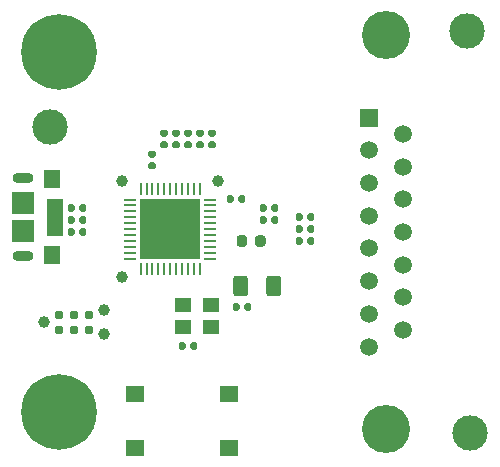
<source format=gbr>
G04 #@! TF.GenerationSoftware,KiCad,Pcbnew,(5.1.6-85-g2d1f6937d)*
G04 #@! TF.CreationDate,2020-10-24T23:23:11-07:00*
G04 #@! TF.ProjectId,3DProUsb,33445072-6f55-4736-922e-6b696361645f,rev?*
G04 #@! TF.SameCoordinates,Original*
G04 #@! TF.FileFunction,Soldermask,Top*
G04 #@! TF.FilePolarity,Negative*
%FSLAX46Y46*%
G04 Gerber Fmt 4.6, Leading zero omitted, Abs format (unit mm)*
G04 Created by KiCad (PCBNEW (5.1.6-85-g2d1f6937d)) date 2020-10-24 23:23:11*
%MOMM*%
%LPD*%
G01*
G04 APERTURE LIST*
%ADD10C,0.100000*%
%ADD11R,1.350000X0.400000*%
%ADD12R,1.400000X1.600000*%
%ADD13R,1.900000X1.900000*%
%ADD14C,0.500000*%
%ADD15O,1.800000X0.900000*%
%ADD16R,0.260000X1.010000*%
%ADD17R,1.010000X0.260000*%
%ADD18R,5.200000X5.200000*%
%ADD19C,3.000000*%
%ADD20C,1.000000*%
%ADD21C,6.400000*%
%ADD22R,1.600000X1.400000*%
%ADD23R,1.400000X1.200000*%
%ADD24R,1.508000X1.508000*%
%ADD25C,1.508000*%
%ADD26C,4.066000*%
%ADD27C,0.991000*%
%ADD28C,0.787000*%
G04 APERTURE END LIST*
D10*
G36*
X70375780Y-87132160D02*
G01*
X69080380Y-87132160D01*
X69082920Y-84086700D01*
X70378320Y-84086700D01*
X70375780Y-87132160D01*
G37*
X70375780Y-87132160D02*
X69080380Y-87132160D01*
X69082920Y-84086700D01*
X70378320Y-84086700D01*
X70375780Y-87132160D01*
D11*
G04 #@! TO.C,J1*
X69731000Y-84298000D03*
X69731000Y-84948000D03*
X69731000Y-85598000D03*
X69731000Y-86248000D03*
X69731000Y-86898000D03*
D12*
X69506000Y-82398000D03*
X69506000Y-88798000D03*
D13*
X67056000Y-84398000D03*
X67056000Y-86798000D03*
D14*
X67056000Y-82298000D03*
X67056000Y-88898000D03*
D15*
X67056000Y-82298000D03*
X67056000Y-88898000D03*
G04 #@! TD*
D16*
G04 #@! TO.C,U1*
X77002000Y-89974000D03*
X77502000Y-89974000D03*
X78002000Y-89974000D03*
X78502000Y-89974000D03*
X79002000Y-89974000D03*
X79502000Y-89974000D03*
X80002000Y-89974000D03*
X80502000Y-89974000D03*
X81002000Y-89974000D03*
X81502000Y-89974000D03*
X82002000Y-89974000D03*
X82002000Y-83254000D03*
X81502000Y-83254000D03*
X81002000Y-83254000D03*
X80502000Y-83254000D03*
X80002000Y-83254000D03*
X79502000Y-83254000D03*
X79002000Y-83254000D03*
X78502000Y-83254000D03*
X78002000Y-83254000D03*
X77502000Y-83254000D03*
X77002000Y-83254000D03*
D17*
X76142000Y-84114000D03*
X76142000Y-84614000D03*
X76142000Y-85114000D03*
X76142000Y-85614000D03*
X76142000Y-86114000D03*
X76142000Y-86614000D03*
X76142000Y-87114000D03*
X76142000Y-87614000D03*
X76142000Y-88114000D03*
X76142000Y-88614000D03*
X76142000Y-89114000D03*
X82862000Y-89114000D03*
X82862000Y-88614000D03*
X82862000Y-88114000D03*
X82862000Y-87614000D03*
X82862000Y-87114000D03*
X82862000Y-86614000D03*
X82862000Y-86114000D03*
X82862000Y-85614000D03*
X82862000Y-85114000D03*
X82862000Y-84614000D03*
X82862000Y-84114000D03*
D18*
X79502000Y-86614000D03*
G04 #@! TD*
G04 #@! TO.C,C11*
G36*
G01*
X71438000Y-86695500D02*
X71438000Y-87040500D01*
G75*
G02*
X71290500Y-87188000I-147500J0D01*
G01*
X70995500Y-87188000D01*
G75*
G02*
X70848000Y-87040500I0J147500D01*
G01*
X70848000Y-86695500D01*
G75*
G02*
X70995500Y-86548000I147500J0D01*
G01*
X71290500Y-86548000D01*
G75*
G02*
X71438000Y-86695500I0J-147500D01*
G01*
G37*
G36*
G01*
X72408000Y-86695500D02*
X72408000Y-87040500D01*
G75*
G02*
X72260500Y-87188000I-147500J0D01*
G01*
X71965500Y-87188000D01*
G75*
G02*
X71818000Y-87040500I0J147500D01*
G01*
X71818000Y-86695500D01*
G75*
G02*
X71965500Y-86548000I147500J0D01*
G01*
X72260500Y-86548000D01*
G75*
G02*
X72408000Y-86695500I0J-147500D01*
G01*
G37*
G04 #@! TD*
D19*
G04 #@! TO.C,REF\u002A\u002A*
X69342000Y-77978000D03*
G04 #@! TD*
G04 #@! TO.C,REF\u002A\u002A*
X104902000Y-103886000D03*
G04 #@! TD*
G04 #@! TO.C,REF\u002A\u002A*
X104648000Y-69850000D03*
G04 #@! TD*
D20*
G04 #@! TO.C,REF\u002A\u002A*
X75438000Y-82550000D03*
G04 #@! TD*
G04 #@! TO.C,REF\u002A\u002A*
X75438000Y-90678000D03*
G04 #@! TD*
G04 #@! TO.C,REF\u002A\u002A*
X83566000Y-82550000D03*
G04 #@! TD*
D21*
G04 #@! TO.C,REF\u002A\u002A*
X70104000Y-102108000D03*
G04 #@! TD*
G04 #@! TO.C,REF\u002A\u002A*
X70104000Y-71628000D03*
G04 #@! TD*
D22*
G04 #@! TO.C,SW1*
X76518000Y-105120000D03*
X84518000Y-105120000D03*
X76518000Y-100620000D03*
X84518000Y-100620000D03*
G04 #@! TD*
D23*
G04 #@! TO.C,X1*
X82988000Y-94930000D03*
X80588000Y-94930000D03*
X80588000Y-93030000D03*
X82988000Y-93030000D03*
G04 #@! TD*
G04 #@! TO.C,D1*
G36*
G01*
X86010000Y-87373750D02*
X86010000Y-87886250D01*
G75*
G02*
X85791250Y-88105000I-218750J0D01*
G01*
X85353750Y-88105000D01*
G75*
G02*
X85135000Y-87886250I0J218750D01*
G01*
X85135000Y-87373750D01*
G75*
G02*
X85353750Y-87155000I218750J0D01*
G01*
X85791250Y-87155000D01*
G75*
G02*
X86010000Y-87373750I0J-218750D01*
G01*
G37*
G36*
G01*
X87585000Y-87373750D02*
X87585000Y-87886250D01*
G75*
G02*
X87366250Y-88105000I-218750J0D01*
G01*
X86928750Y-88105000D01*
G75*
G02*
X86710000Y-87886250I0J218750D01*
G01*
X86710000Y-87373750D01*
G75*
G02*
X86928750Y-87155000I218750J0D01*
G01*
X87366250Y-87155000D01*
G75*
G02*
X87585000Y-87373750I0J-218750D01*
G01*
G37*
G04 #@! TD*
G04 #@! TO.C,R7*
G36*
G01*
X87643000Y-92065000D02*
X87643000Y-90815000D01*
G75*
G02*
X87893000Y-90565000I250000J0D01*
G01*
X88643000Y-90565000D01*
G75*
G02*
X88893000Y-90815000I0J-250000D01*
G01*
X88893000Y-92065000D01*
G75*
G02*
X88643000Y-92315000I-250000J0D01*
G01*
X87893000Y-92315000D01*
G75*
G02*
X87643000Y-92065000I0J250000D01*
G01*
G37*
G36*
G01*
X84843000Y-92065000D02*
X84843000Y-90815000D01*
G75*
G02*
X85093000Y-90565000I250000J0D01*
G01*
X85843000Y-90565000D01*
G75*
G02*
X86093000Y-90815000I0J-250000D01*
G01*
X86093000Y-92065000D01*
G75*
G02*
X85843000Y-92315000I-250000J0D01*
G01*
X85093000Y-92315000D01*
G75*
G02*
X84843000Y-92065000I0J250000D01*
G01*
G37*
G04 #@! TD*
G04 #@! TO.C,R6*
G36*
G01*
X91122000Y-85770500D02*
X91122000Y-85425500D01*
G75*
G02*
X91269500Y-85278000I147500J0D01*
G01*
X91564500Y-85278000D01*
G75*
G02*
X91712000Y-85425500I0J-147500D01*
G01*
X91712000Y-85770500D01*
G75*
G02*
X91564500Y-85918000I-147500J0D01*
G01*
X91269500Y-85918000D01*
G75*
G02*
X91122000Y-85770500I0J147500D01*
G01*
G37*
G36*
G01*
X90152000Y-85770500D02*
X90152000Y-85425500D01*
G75*
G02*
X90299500Y-85278000I147500J0D01*
G01*
X90594500Y-85278000D01*
G75*
G02*
X90742000Y-85425500I0J-147500D01*
G01*
X90742000Y-85770500D01*
G75*
G02*
X90594500Y-85918000I-147500J0D01*
G01*
X90299500Y-85918000D01*
G75*
G02*
X90152000Y-85770500I0J147500D01*
G01*
G37*
G04 #@! TD*
G04 #@! TO.C,R5*
G36*
G01*
X88074000Y-85008500D02*
X88074000Y-84663500D01*
G75*
G02*
X88221500Y-84516000I147500J0D01*
G01*
X88516500Y-84516000D01*
G75*
G02*
X88664000Y-84663500I0J-147500D01*
G01*
X88664000Y-85008500D01*
G75*
G02*
X88516500Y-85156000I-147500J0D01*
G01*
X88221500Y-85156000D01*
G75*
G02*
X88074000Y-85008500I0J147500D01*
G01*
G37*
G36*
G01*
X87104000Y-85008500D02*
X87104000Y-84663500D01*
G75*
G02*
X87251500Y-84516000I147500J0D01*
G01*
X87546500Y-84516000D01*
G75*
G02*
X87694000Y-84663500I0J-147500D01*
G01*
X87694000Y-85008500D01*
G75*
G02*
X87546500Y-85156000I-147500J0D01*
G01*
X87251500Y-85156000D01*
G75*
G02*
X87104000Y-85008500I0J147500D01*
G01*
G37*
G04 #@! TD*
G04 #@! TO.C,R4*
G36*
G01*
X90742000Y-87457500D02*
X90742000Y-87802500D01*
G75*
G02*
X90594500Y-87950000I-147500J0D01*
G01*
X90299500Y-87950000D01*
G75*
G02*
X90152000Y-87802500I0J147500D01*
G01*
X90152000Y-87457500D01*
G75*
G02*
X90299500Y-87310000I147500J0D01*
G01*
X90594500Y-87310000D01*
G75*
G02*
X90742000Y-87457500I0J-147500D01*
G01*
G37*
G36*
G01*
X91712000Y-87457500D02*
X91712000Y-87802500D01*
G75*
G02*
X91564500Y-87950000I-147500J0D01*
G01*
X91269500Y-87950000D01*
G75*
G02*
X91122000Y-87802500I0J147500D01*
G01*
X91122000Y-87457500D01*
G75*
G02*
X91269500Y-87310000I147500J0D01*
G01*
X91564500Y-87310000D01*
G75*
G02*
X91712000Y-87457500I0J-147500D01*
G01*
G37*
G04 #@! TD*
G04 #@! TO.C,R3*
G36*
G01*
X85280000Y-84246500D02*
X85280000Y-83901500D01*
G75*
G02*
X85427500Y-83754000I147500J0D01*
G01*
X85722500Y-83754000D01*
G75*
G02*
X85870000Y-83901500I0J-147500D01*
G01*
X85870000Y-84246500D01*
G75*
G02*
X85722500Y-84394000I-147500J0D01*
G01*
X85427500Y-84394000D01*
G75*
G02*
X85280000Y-84246500I0J147500D01*
G01*
G37*
G36*
G01*
X84310000Y-84246500D02*
X84310000Y-83901500D01*
G75*
G02*
X84457500Y-83754000I147500J0D01*
G01*
X84752500Y-83754000D01*
G75*
G02*
X84900000Y-83901500I0J-147500D01*
G01*
X84900000Y-84246500D01*
G75*
G02*
X84752500Y-84394000I-147500J0D01*
G01*
X84457500Y-84394000D01*
G75*
G02*
X84310000Y-84246500I0J147500D01*
G01*
G37*
G04 #@! TD*
G04 #@! TO.C,R2*
G36*
G01*
X71438000Y-84663500D02*
X71438000Y-85008500D01*
G75*
G02*
X71290500Y-85156000I-147500J0D01*
G01*
X70995500Y-85156000D01*
G75*
G02*
X70848000Y-85008500I0J147500D01*
G01*
X70848000Y-84663500D01*
G75*
G02*
X70995500Y-84516000I147500J0D01*
G01*
X71290500Y-84516000D01*
G75*
G02*
X71438000Y-84663500I0J-147500D01*
G01*
G37*
G36*
G01*
X72408000Y-84663500D02*
X72408000Y-85008500D01*
G75*
G02*
X72260500Y-85156000I-147500J0D01*
G01*
X71965500Y-85156000D01*
G75*
G02*
X71818000Y-85008500I0J147500D01*
G01*
X71818000Y-84663500D01*
G75*
G02*
X71965500Y-84516000I147500J0D01*
G01*
X72260500Y-84516000D01*
G75*
G02*
X72408000Y-84663500I0J-147500D01*
G01*
G37*
G04 #@! TD*
G04 #@! TO.C,R1*
G36*
G01*
X71438000Y-85679500D02*
X71438000Y-86024500D01*
G75*
G02*
X71290500Y-86172000I-147500J0D01*
G01*
X70995500Y-86172000D01*
G75*
G02*
X70848000Y-86024500I0J147500D01*
G01*
X70848000Y-85679500D01*
G75*
G02*
X70995500Y-85532000I147500J0D01*
G01*
X71290500Y-85532000D01*
G75*
G02*
X71438000Y-85679500I0J-147500D01*
G01*
G37*
G36*
G01*
X72408000Y-85679500D02*
X72408000Y-86024500D01*
G75*
G02*
X72260500Y-86172000I-147500J0D01*
G01*
X71965500Y-86172000D01*
G75*
G02*
X71818000Y-86024500I0J147500D01*
G01*
X71818000Y-85679500D01*
G75*
G02*
X71965500Y-85532000I147500J0D01*
G01*
X72260500Y-85532000D01*
G75*
G02*
X72408000Y-85679500I0J-147500D01*
G01*
G37*
G04 #@! TD*
D24*
G04 #@! TO.C,J3*
X96370000Y-77173000D03*
D25*
X96370000Y-79943000D03*
X99210000Y-78558000D03*
D26*
X97810000Y-103518000D03*
X97810000Y-70218000D03*
D25*
X96370000Y-82713000D03*
X96370000Y-85483000D03*
X96370000Y-88253000D03*
X96370000Y-91023000D03*
X96370000Y-93793000D03*
X96370000Y-96563000D03*
X99210000Y-81328000D03*
X99210000Y-84098000D03*
X99210000Y-86868000D03*
X99210000Y-89638000D03*
X99210000Y-92408000D03*
X99210000Y-95178000D03*
G04 #@! TD*
D27*
G04 #@! TO.C,J2*
X68834000Y-94488000D03*
X73914000Y-93472000D03*
X73914000Y-95504000D03*
D28*
X70104000Y-95123000D03*
X70104000Y-93853000D03*
X71374000Y-95123000D03*
X71374000Y-93853000D03*
X72644000Y-95123000D03*
X72644000Y-93853000D03*
G04 #@! TD*
G04 #@! TO.C,C10*
G36*
G01*
X91122000Y-86786500D02*
X91122000Y-86441500D01*
G75*
G02*
X91269500Y-86294000I147500J0D01*
G01*
X91564500Y-86294000D01*
G75*
G02*
X91712000Y-86441500I0J-147500D01*
G01*
X91712000Y-86786500D01*
G75*
G02*
X91564500Y-86934000I-147500J0D01*
G01*
X91269500Y-86934000D01*
G75*
G02*
X91122000Y-86786500I0J147500D01*
G01*
G37*
G36*
G01*
X90152000Y-86786500D02*
X90152000Y-86441500D01*
G75*
G02*
X90299500Y-86294000I147500J0D01*
G01*
X90594500Y-86294000D01*
G75*
G02*
X90742000Y-86441500I0J-147500D01*
G01*
X90742000Y-86786500D01*
G75*
G02*
X90594500Y-86934000I-147500J0D01*
G01*
X90299500Y-86934000D01*
G75*
G02*
X90152000Y-86786500I0J147500D01*
G01*
G37*
G04 #@! TD*
G04 #@! TO.C,C9*
G36*
G01*
X88074000Y-86024500D02*
X88074000Y-85679500D01*
G75*
G02*
X88221500Y-85532000I147500J0D01*
G01*
X88516500Y-85532000D01*
G75*
G02*
X88664000Y-85679500I0J-147500D01*
G01*
X88664000Y-86024500D01*
G75*
G02*
X88516500Y-86172000I-147500J0D01*
G01*
X88221500Y-86172000D01*
G75*
G02*
X88074000Y-86024500I0J147500D01*
G01*
G37*
G36*
G01*
X87104000Y-86024500D02*
X87104000Y-85679500D01*
G75*
G02*
X87251500Y-85532000I147500J0D01*
G01*
X87546500Y-85532000D01*
G75*
G02*
X87694000Y-85679500I0J-147500D01*
G01*
X87694000Y-86024500D01*
G75*
G02*
X87546500Y-86172000I-147500J0D01*
G01*
X87251500Y-86172000D01*
G75*
G02*
X87104000Y-86024500I0J147500D01*
G01*
G37*
G04 #@! TD*
G04 #@! TO.C,C8*
G36*
G01*
X85788000Y-93390500D02*
X85788000Y-93045500D01*
G75*
G02*
X85935500Y-92898000I147500J0D01*
G01*
X86230500Y-92898000D01*
G75*
G02*
X86378000Y-93045500I0J-147500D01*
G01*
X86378000Y-93390500D01*
G75*
G02*
X86230500Y-93538000I-147500J0D01*
G01*
X85935500Y-93538000D01*
G75*
G02*
X85788000Y-93390500I0J147500D01*
G01*
G37*
G36*
G01*
X84818000Y-93390500D02*
X84818000Y-93045500D01*
G75*
G02*
X84965500Y-92898000I147500J0D01*
G01*
X85260500Y-92898000D01*
G75*
G02*
X85408000Y-93045500I0J-147500D01*
G01*
X85408000Y-93390500D01*
G75*
G02*
X85260500Y-93538000I-147500J0D01*
G01*
X84965500Y-93538000D01*
G75*
G02*
X84818000Y-93390500I0J147500D01*
G01*
G37*
G04 #@! TD*
G04 #@! TO.C,C7*
G36*
G01*
X81216000Y-96692500D02*
X81216000Y-96347500D01*
G75*
G02*
X81363500Y-96200000I147500J0D01*
G01*
X81658500Y-96200000D01*
G75*
G02*
X81806000Y-96347500I0J-147500D01*
G01*
X81806000Y-96692500D01*
G75*
G02*
X81658500Y-96840000I-147500J0D01*
G01*
X81363500Y-96840000D01*
G75*
G02*
X81216000Y-96692500I0J147500D01*
G01*
G37*
G36*
G01*
X80246000Y-96692500D02*
X80246000Y-96347500D01*
G75*
G02*
X80393500Y-96200000I147500J0D01*
G01*
X80688500Y-96200000D01*
G75*
G02*
X80836000Y-96347500I0J-147500D01*
G01*
X80836000Y-96692500D01*
G75*
G02*
X80688500Y-96840000I-147500J0D01*
G01*
X80393500Y-96840000D01*
G75*
G02*
X80246000Y-96692500I0J147500D01*
G01*
G37*
G04 #@! TD*
G04 #@! TO.C,C6*
G36*
G01*
X78150500Y-80582000D02*
X77805500Y-80582000D01*
G75*
G02*
X77658000Y-80434500I0J147500D01*
G01*
X77658000Y-80139500D01*
G75*
G02*
X77805500Y-79992000I147500J0D01*
G01*
X78150500Y-79992000D01*
G75*
G02*
X78298000Y-80139500I0J-147500D01*
G01*
X78298000Y-80434500D01*
G75*
G02*
X78150500Y-80582000I-147500J0D01*
G01*
G37*
G36*
G01*
X78150500Y-81552000D02*
X77805500Y-81552000D01*
G75*
G02*
X77658000Y-81404500I0J147500D01*
G01*
X77658000Y-81109500D01*
G75*
G02*
X77805500Y-80962000I147500J0D01*
G01*
X78150500Y-80962000D01*
G75*
G02*
X78298000Y-81109500I0J-147500D01*
G01*
X78298000Y-81404500D01*
G75*
G02*
X78150500Y-81552000I-147500J0D01*
G01*
G37*
G04 #@! TD*
G04 #@! TO.C,C5*
G36*
G01*
X83230500Y-78804000D02*
X82885500Y-78804000D01*
G75*
G02*
X82738000Y-78656500I0J147500D01*
G01*
X82738000Y-78361500D01*
G75*
G02*
X82885500Y-78214000I147500J0D01*
G01*
X83230500Y-78214000D01*
G75*
G02*
X83378000Y-78361500I0J-147500D01*
G01*
X83378000Y-78656500D01*
G75*
G02*
X83230500Y-78804000I-147500J0D01*
G01*
G37*
G36*
G01*
X83230500Y-79774000D02*
X82885500Y-79774000D01*
G75*
G02*
X82738000Y-79626500I0J147500D01*
G01*
X82738000Y-79331500D01*
G75*
G02*
X82885500Y-79184000I147500J0D01*
G01*
X83230500Y-79184000D01*
G75*
G02*
X83378000Y-79331500I0J-147500D01*
G01*
X83378000Y-79626500D01*
G75*
G02*
X83230500Y-79774000I-147500J0D01*
G01*
G37*
G04 #@! TD*
G04 #@! TO.C,C4*
G36*
G01*
X82214500Y-78804000D02*
X81869500Y-78804000D01*
G75*
G02*
X81722000Y-78656500I0J147500D01*
G01*
X81722000Y-78361500D01*
G75*
G02*
X81869500Y-78214000I147500J0D01*
G01*
X82214500Y-78214000D01*
G75*
G02*
X82362000Y-78361500I0J-147500D01*
G01*
X82362000Y-78656500D01*
G75*
G02*
X82214500Y-78804000I-147500J0D01*
G01*
G37*
G36*
G01*
X82214500Y-79774000D02*
X81869500Y-79774000D01*
G75*
G02*
X81722000Y-79626500I0J147500D01*
G01*
X81722000Y-79331500D01*
G75*
G02*
X81869500Y-79184000I147500J0D01*
G01*
X82214500Y-79184000D01*
G75*
G02*
X82362000Y-79331500I0J-147500D01*
G01*
X82362000Y-79626500D01*
G75*
G02*
X82214500Y-79774000I-147500J0D01*
G01*
G37*
G04 #@! TD*
G04 #@! TO.C,C3*
G36*
G01*
X81198500Y-78804000D02*
X80853500Y-78804000D01*
G75*
G02*
X80706000Y-78656500I0J147500D01*
G01*
X80706000Y-78361500D01*
G75*
G02*
X80853500Y-78214000I147500J0D01*
G01*
X81198500Y-78214000D01*
G75*
G02*
X81346000Y-78361500I0J-147500D01*
G01*
X81346000Y-78656500D01*
G75*
G02*
X81198500Y-78804000I-147500J0D01*
G01*
G37*
G36*
G01*
X81198500Y-79774000D02*
X80853500Y-79774000D01*
G75*
G02*
X80706000Y-79626500I0J147500D01*
G01*
X80706000Y-79331500D01*
G75*
G02*
X80853500Y-79184000I147500J0D01*
G01*
X81198500Y-79184000D01*
G75*
G02*
X81346000Y-79331500I0J-147500D01*
G01*
X81346000Y-79626500D01*
G75*
G02*
X81198500Y-79774000I-147500J0D01*
G01*
G37*
G04 #@! TD*
G04 #@! TO.C,C2*
G36*
G01*
X80182500Y-78804000D02*
X79837500Y-78804000D01*
G75*
G02*
X79690000Y-78656500I0J147500D01*
G01*
X79690000Y-78361500D01*
G75*
G02*
X79837500Y-78214000I147500J0D01*
G01*
X80182500Y-78214000D01*
G75*
G02*
X80330000Y-78361500I0J-147500D01*
G01*
X80330000Y-78656500D01*
G75*
G02*
X80182500Y-78804000I-147500J0D01*
G01*
G37*
G36*
G01*
X80182500Y-79774000D02*
X79837500Y-79774000D01*
G75*
G02*
X79690000Y-79626500I0J147500D01*
G01*
X79690000Y-79331500D01*
G75*
G02*
X79837500Y-79184000I147500J0D01*
G01*
X80182500Y-79184000D01*
G75*
G02*
X80330000Y-79331500I0J-147500D01*
G01*
X80330000Y-79626500D01*
G75*
G02*
X80182500Y-79774000I-147500J0D01*
G01*
G37*
G04 #@! TD*
G04 #@! TO.C,C1*
G36*
G01*
X79166500Y-78804000D02*
X78821500Y-78804000D01*
G75*
G02*
X78674000Y-78656500I0J147500D01*
G01*
X78674000Y-78361500D01*
G75*
G02*
X78821500Y-78214000I147500J0D01*
G01*
X79166500Y-78214000D01*
G75*
G02*
X79314000Y-78361500I0J-147500D01*
G01*
X79314000Y-78656500D01*
G75*
G02*
X79166500Y-78804000I-147500J0D01*
G01*
G37*
G36*
G01*
X79166500Y-79774000D02*
X78821500Y-79774000D01*
G75*
G02*
X78674000Y-79626500I0J147500D01*
G01*
X78674000Y-79331500D01*
G75*
G02*
X78821500Y-79184000I147500J0D01*
G01*
X79166500Y-79184000D01*
G75*
G02*
X79314000Y-79331500I0J-147500D01*
G01*
X79314000Y-79626500D01*
G75*
G02*
X79166500Y-79774000I-147500J0D01*
G01*
G37*
G04 #@! TD*
M02*

</source>
